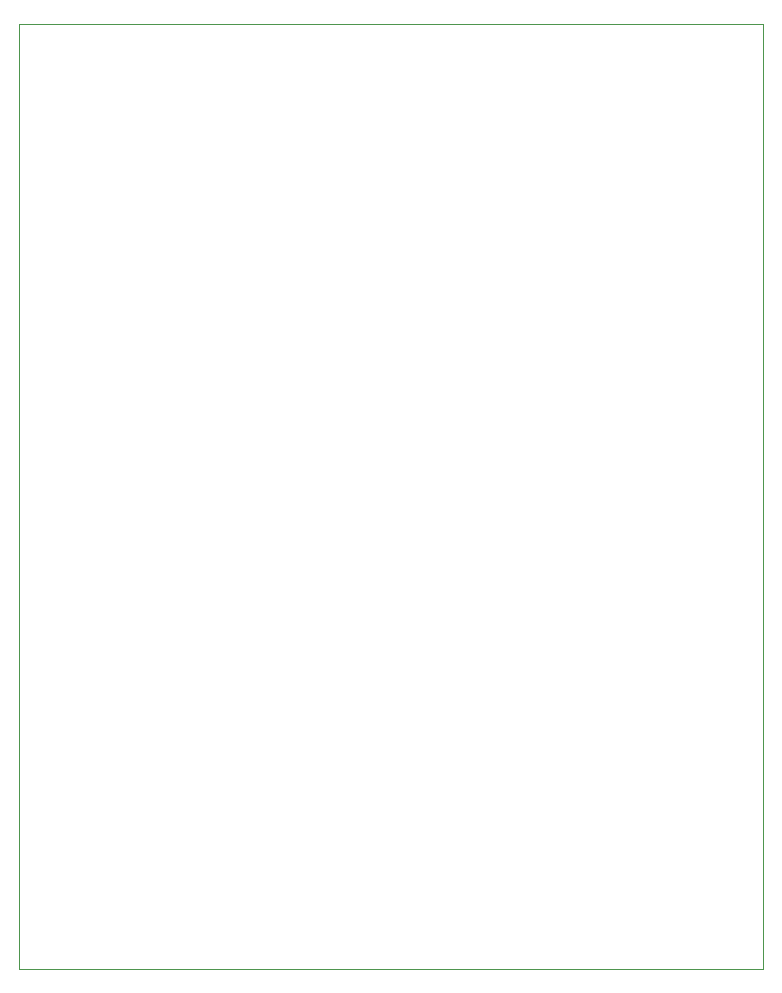
<source format=gbr>
%TF.GenerationSoftware,KiCad,Pcbnew,9.0.5*%
%TF.CreationDate,2025-12-26T20:20:44+00:00*%
%TF.ProjectId,macro pad,6d616372-6f20-4706-9164-2e6b69636164,rev?*%
%TF.SameCoordinates,Original*%
%TF.FileFunction,Profile,NP*%
%FSLAX46Y46*%
G04 Gerber Fmt 4.6, Leading zero omitted, Abs format (unit mm)*
G04 Created by KiCad (PCBNEW 9.0.5) date 2025-12-26 20:20:44*
%MOMM*%
%LPD*%
G01*
G04 APERTURE LIST*
%TA.AperFunction,Profile*%
%ADD10C,0.050000*%
%TD*%
G04 APERTURE END LIST*
D10*
X17500000Y-17000000D02*
X80500000Y-17000000D01*
X80500000Y-97000000D01*
X17500000Y-97000000D01*
X17500000Y-17000000D01*
M02*

</source>
